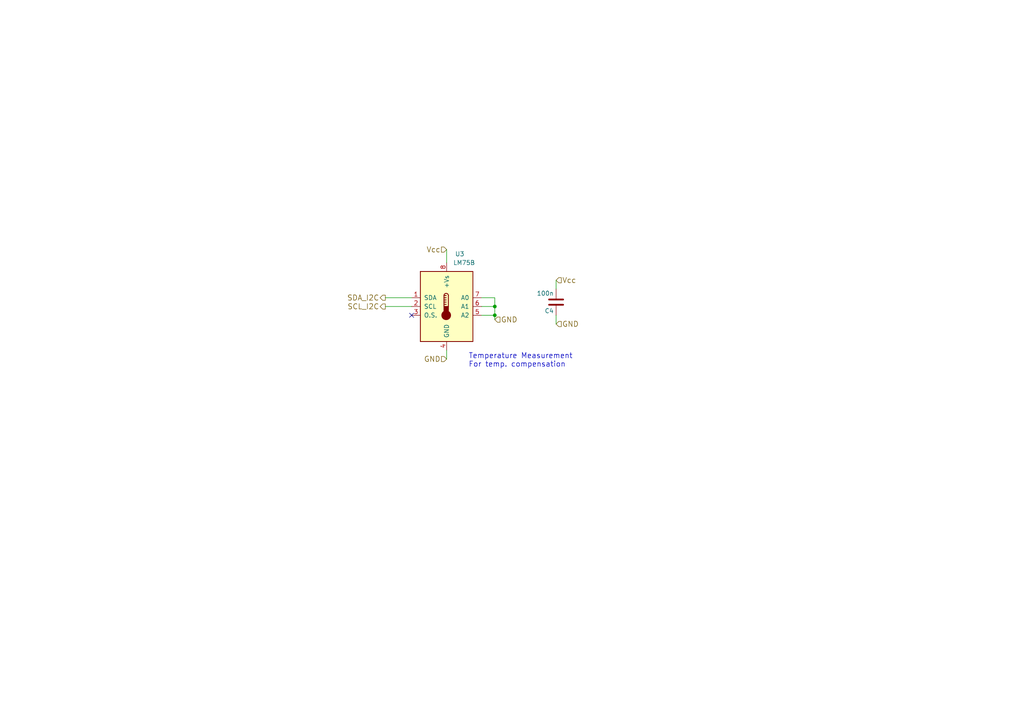
<source format=kicad_sch>
(kicad_sch (version 20250114) (generator "eeschema") (generator_version "9.0")
  (paper "A4")
  (lib_symbols
    (symbol "Sensor_Temperature:LM75B" (pin_names (offset 1.016))
      (property "Reference" "U" (at -6.35 11.43 0))
      (property "Value" "Sensor_Temperature_LM75B" (at 0 11.43 0))
      (symbol "LM75B_0_1"
        (rectangle (start -7.62 10.16) (end 7.62 -10.16) (stroke (width 0.254)) (fill (type background)))
        (polyline (pts (xy -0.762 3.175) (xy -0.762 0)) (stroke (width 0.254)))
        (polyline (pts (xy -0.762 3.175) (xy -0.127 3.175)) (stroke (width 0.254)))
        (polyline (pts (xy -0.762 2.54) (xy -0.127 2.54)) (stroke (width 0.254)))
        (polyline (pts (xy -0.762 1.905) (xy -0.127 1.905)) (stroke (width 0.254)))
        (polyline (pts (xy -0.762 1.27) (xy -0.127 1.27)) (stroke (width 0.254)))
        (polyline (pts (xy -0.762 0.635) (xy -0.127 0.635)) (stroke (width 0.254)))
        (arc (start -0.762 3.175) (mid -0.127 3.81) (end 0.508 3.175) (stroke (width 0.254)))
        (circle (center -0.127 -2.54) (radius 1.27) (stroke (width 0.254)) (fill (type outline)))
        (polyline (pts (xy 0.508 3.175) (xy 0.508 0)) (stroke (width 0.254)))
        (rectangle (start 0.508 -1.905) (end -0.762 0) (stroke (width 0.254)) (fill (type outline)))
      )
      (symbol "LM75B_1_1"
        (pin bidirectional line (at -10.16 2.54 0) (length 2.54) (name "SDA") (number "1"))
        (pin input line (at -10.16 0 0) (length 2.54) (name "SCL") (number "2"))
        (pin open_collector line (at -10.16 -2.54 0) (length 2.54) (name "O.S.") (number "3"))
        (pin power_in line (at 0 12.7 270) (length 2.54) (name "+Vs") (number "8"))
        (pin power_in line (at 0 -12.7 90) (length 2.54) (name "GND") (number "4"))
        (pin input line (at 10.16 2.54 180) (length 2.54) (name "A0") (number "7"))
        (pin input line (at 10.16 0 180) (length 2.54) (name "A1") (number "6"))
        (pin input line (at 10.16 -2.54 180) (length 2.54) (name "A2") (number "5"))
      )
    )
    (symbol "device:C" (pin_numbers (hide yes)) (pin_names (offset 0.254))
      (property "Reference" "C" (at 0.635 2.54 0))
      (property "Value" "device_C" (at 0.635 -2.54 0))
      (symbol "C_0_1"
        (polyline (pts (xy -2.032 0.762) (xy 2.032 0.762)) (stroke (width 0.508)))
        (polyline (pts (xy -2.032 -0.762) (xy 2.032 -0.762)) (stroke (width 0.508)))
      )
      (symbol "C_1_1"
        (pin passive line (at 0 3.81 270) (length 2.794) (name "~") (number "1"))
        (pin passive line (at 0 -3.81 90) (length 2.794) (name "~") (number "2"))
      )
    )
  )
  (text "Temperature Measurement\nFor temp. compensation" (at 135.89 106.68 0) (effects (font (size 1.524 1.524)) (justify left bottom)))
  (junction (at 143.51 88.9))
  (junction (at 143.51 91.44))
  (no_connect (at 119.38 91.44))
  (wire (pts (xy 161.29 93.98) (xy 161.29 91.44)))
  (wire (pts (xy 139.7 88.9) (xy 143.51 88.9)))
  (wire (pts (xy 111.76 88.9) (xy 119.38 88.9)))
  (wire (pts (xy 129.54 104.14) (xy 129.54 101.6)))
  (wire (pts (xy 129.54 76.2) (xy 129.54 72.39)))
  (wire (pts (xy 161.29 83.82) (xy 161.29 81.28)))
  (wire (pts (xy 143.51 91.44) (xy 143.51 92.71)))
  (wire (pts (xy 111.76 86.36) (xy 119.38 86.36)))
  (wire (pts (xy 143.51 88.9) (xy 143.51 91.44)))
  (wire (pts (xy 143.51 86.36) (xy 143.51 88.9)))
  (wire (pts (xy 139.7 91.44) (xy 143.51 91.44)))
  (wire (pts (xy 139.7 86.36) (xy 143.51 86.36)))
  (hierarchical_label "Vcc" (shape input) (at 129.54 72.39 180) (effects (font (size 1.524 1.524))))
  (hierarchical_label "GND" (shape input) (at 161.29 93.98 0) (effects (font (size 1.524 1.524))))
  (hierarchical_label "Vcc" (shape input) (at 161.29 81.28 0) (effects (font (size 1.524 1.524))))
  (hierarchical_label "SCL_I2C" (shape output) (at 111.76 88.9 180) (effects (font (size 1.524 1.524))))
  (hierarchical_label "GND" (shape input) (at 143.51 92.71 0) (effects (font (size 1.524 1.524))))
  (hierarchical_label "SDA_I2C" (shape output) (at 111.76 86.36 180) (effects (font (size 1.524 1.524))))
  (hierarchical_label "GND" (shape input) (at 129.54 104.14 180) (effects (font (size 1.524 1.524))))
  (symbol (lib_id "Sensor_Temperature:LM75B") (at 129.54 88.9 0) (unit 1)
    (property "Reference" "U3" (at 133.35 73.66 0))
    (property "Value" "LM75B" (at 134.62 76.2 0))
    (property "Footprint" "REInnovationFootprint:SM_SOIC_8" (effects (hide yes)))
    (property "Datasheet" "http://www.ti.com/lit/ds/symlink/lm75b.pdf" (effects (hide yes)))
    (property "LCSC" "C34565" (effects (hide yes)))
    (property "JLCPCB Add" "Y" (effects (hide yes)))
    (property "JLCPCB Cost" "0.3457" (effects (hide yes)))
  )
  (symbol (lib_id "device:C") (at 161.29 87.63 180) (unit 1)
    (property "Reference" "C4" (at 160.655 90.17 0) (effects (justify left)))
    (property "Value" "100n" (at 160.655 85.09 0) (effects (justify left)))
    (property "Footprint" "REInnovationFootprint:SM_C_0805" (effects (hide yes)))
    (property "LCSC" "C49678" (effects (hide yes)))
    (property "JLCPCB Add" "Y" (effects (hide yes)))
    (property "JLCPCB Cost" "0.0108" (effects (hide yes)))
  )
)
</source>
